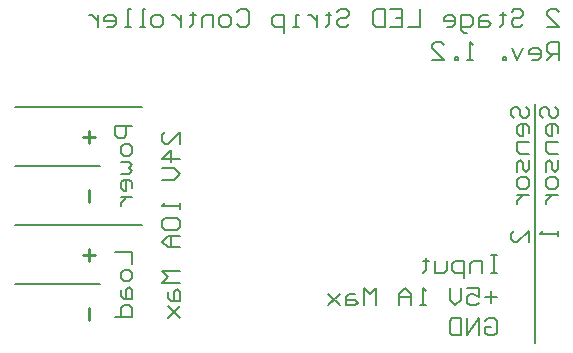
<source format=gbo>
G04*
G04 #@! TF.GenerationSoftware,Altium Limited,Altium Designer,21.8.1 (53)*
G04*
G04 Layer_Color=32896*
%FSLAX44Y44*%
%MOMM*%
G71*
G04*
G04 #@! TF.SameCoordinates,89A26796-2BA6-48C1-BC3F-9F2CA1C84395*
G04*
G04*
G04 #@! TF.FilePolarity,Positive*
G04*
G01*
G75*
%ADD11C,0.2000*%
%ADD12C,0.2500*%
D11*
X7500Y205000D02*
X115000D01*
X447500Y5000D02*
Y207500D01*
X7500Y55000D02*
X80000D01*
X7500Y105000D02*
X115000D01*
X7500Y155000D02*
X80000D01*
X458003Y273005D02*
X468000D01*
X458003Y283002D01*
Y285501D01*
X460502Y288000D01*
X465501D01*
X468000Y285501D01*
X428013D02*
X430512Y288000D01*
X435510D01*
X438010Y285501D01*
Y283002D01*
X435510Y280502D01*
X430512D01*
X428013Y278003D01*
Y275504D01*
X430512Y273005D01*
X435510D01*
X438010Y275504D01*
X420515Y285501D02*
Y283002D01*
X423015D01*
X418016D01*
X420515D01*
Y275504D01*
X418016Y273005D01*
X408019Y283002D02*
X403021D01*
X400522Y280502D01*
Y273005D01*
X408019D01*
X410519Y275504D01*
X408019Y278003D01*
X400522D01*
X390525Y268006D02*
X388026D01*
X385527Y270506D01*
Y283002D01*
X393024D01*
X395523Y280502D01*
Y275504D01*
X393024Y273005D01*
X385527D01*
X373031D02*
X378029D01*
X380528Y275504D01*
Y280502D01*
X378029Y283002D01*
X373031D01*
X370532Y280502D01*
Y278003D01*
X380528D01*
X350538Y288000D02*
Y273005D01*
X340541D01*
X325546Y288000D02*
X335543D01*
Y273005D01*
X325546D01*
X335543Y280502D02*
X330545D01*
X320548Y288000D02*
Y273005D01*
X313050D01*
X310551Y275504D01*
Y285501D01*
X313050Y288000D01*
X320548D01*
X280561Y285501D02*
X283060Y288000D01*
X288058D01*
X290557Y285501D01*
Y283002D01*
X288058Y280502D01*
X283060D01*
X280561Y278003D01*
Y275504D01*
X283060Y273005D01*
X288058D01*
X290557Y275504D01*
X273063Y285501D02*
Y283002D01*
X275562D01*
X270564D01*
X273063D01*
Y275504D01*
X270564Y273005D01*
X263066Y283002D02*
Y273005D01*
Y278003D01*
X260567Y280502D01*
X258068Y283002D01*
X255569D01*
X248071Y273005D02*
X243073D01*
X245572D01*
Y283002D01*
X248071D01*
X235575Y268006D02*
Y283002D01*
X228078D01*
X225578Y280502D01*
Y275504D01*
X228078Y273005D01*
X235575D01*
X195588Y285501D02*
X198087Y288000D01*
X203086D01*
X205585Y285501D01*
Y275504D01*
X203086Y273005D01*
X198087D01*
X195588Y275504D01*
X188091Y273005D02*
X183092D01*
X180593Y275504D01*
Y280502D01*
X183092Y283002D01*
X188091D01*
X190590Y280502D01*
Y275504D01*
X188091Y273005D01*
X175595D02*
Y283002D01*
X168097D01*
X165598Y280502D01*
Y273005D01*
X158100Y285501D02*
Y283002D01*
X160599D01*
X155601D01*
X158100D01*
Y275504D01*
X155601Y273005D01*
X148104Y283002D02*
Y273005D01*
Y278003D01*
X145604Y280502D01*
X143105Y283002D01*
X140606D01*
X130609Y273005D02*
X125611D01*
X123112Y275504D01*
Y280502D01*
X125611Y283002D01*
X130609D01*
X133108Y280502D01*
Y275504D01*
X130609Y273005D01*
X118113D02*
X113115D01*
X115614D01*
Y288000D01*
X118113D01*
X105617Y273005D02*
X100619D01*
X103118D01*
Y288000D01*
X105617D01*
X85624Y273005D02*
X90622D01*
X93121Y275504D01*
Y280502D01*
X90622Y283002D01*
X85624D01*
X83125Y280502D01*
Y278003D01*
X93121D01*
X78126Y283002D02*
Y273005D01*
Y278003D01*
X75627Y280502D01*
X73128Y283002D01*
X70629D01*
X468000Y245212D02*
Y260208D01*
X460502D01*
X458003Y257708D01*
Y252710D01*
X460502Y250211D01*
X468000D01*
X463002D02*
X458003Y245212D01*
X445507D02*
X450506D01*
X453005Y247712D01*
Y252710D01*
X450506Y255209D01*
X445507D01*
X443008Y252710D01*
Y250211D01*
X453005D01*
X438010Y255209D02*
X433011Y245212D01*
X428013Y255209D01*
X423015Y245212D02*
Y247712D01*
X420515D01*
Y245212D01*
X423015D01*
X395523D02*
X390525D01*
X393024D01*
Y260208D01*
X395523Y257708D01*
X383027Y245212D02*
Y247712D01*
X380528D01*
Y245212D01*
X383027D01*
X360535D02*
X370532D01*
X360535Y255209D01*
Y257708D01*
X363034Y260208D01*
X368032D01*
X370532Y257708D01*
X92000Y82491D02*
X106995D01*
Y72494D01*
Y64997D02*
Y59998D01*
X104496Y57499D01*
X99497D01*
X96998Y59998D01*
Y64997D01*
X99497Y67496D01*
X104496D01*
X106995Y64997D01*
X96998Y50002D02*
Y45003D01*
X99497Y42504D01*
X106995D01*
Y50002D01*
X104496Y52501D01*
X101997Y50002D01*
Y42504D01*
X92000Y27509D02*
X106995D01*
Y35006D01*
X104496Y37506D01*
X99497D01*
X96998Y35006D01*
Y27509D01*
X146995Y173728D02*
Y183724D01*
X136998Y173728D01*
X134499D01*
X132000Y176227D01*
Y181225D01*
X134499Y183724D01*
X146995Y161232D02*
X132000D01*
X139497Y168729D01*
Y158733D01*
X132000Y153734D02*
X141997D01*
X146995Y148736D01*
X141997Y143737D01*
X132000D01*
X146995Y123744D02*
Y118745D01*
Y121245D01*
X132000D01*
X134499Y123744D01*
Y111248D02*
X132000Y108749D01*
Y103750D01*
X134499Y101251D01*
X144496D01*
X146995Y103750D01*
Y108749D01*
X144496Y111248D01*
X134499D01*
X146995Y96253D02*
X136998D01*
X132000Y91254D01*
X136998Y86256D01*
X146995D01*
X139497D01*
Y96253D01*
X146995Y66262D02*
X132000D01*
X136998Y61264D01*
X132000Y56266D01*
X146995D01*
X136998Y48768D02*
Y43770D01*
X139497Y41271D01*
X146995D01*
Y48768D01*
X144496Y51267D01*
X141997Y48768D01*
Y41271D01*
X136998Y36272D02*
X146995Y26275D01*
X141997Y31274D01*
X136998Y26275D01*
X146995Y36272D01*
X106995Y188739D02*
X92000D01*
Y181241D01*
X94499Y178742D01*
X99497D01*
X101997Y181241D01*
Y188739D01*
X106995Y171245D02*
Y166246D01*
X104496Y163747D01*
X99497D01*
X96998Y166246D01*
Y171245D01*
X99497Y173744D01*
X104496D01*
X106995Y171245D01*
X96998Y158749D02*
X104496D01*
X106995Y156250D01*
X104496Y153750D01*
X106995Y151251D01*
X104496Y148752D01*
X96998D01*
X106995Y136256D02*
Y141254D01*
X104496Y143754D01*
X99497D01*
X96998Y141254D01*
Y136256D01*
X99497Y133757D01*
X101997D01*
Y143754D01*
X96998Y128758D02*
X106995D01*
X101997D01*
X99497Y126259D01*
X96998Y123760D01*
Y121261D01*
X455002Y195503D02*
X452503Y198002D01*
Y203001D01*
X455002Y205500D01*
X457501D01*
X460000Y203001D01*
Y198002D01*
X462499Y195503D01*
X464999D01*
X467498Y198002D01*
Y203001D01*
X464999Y205500D01*
X467498Y183007D02*
Y188006D01*
X464999Y190505D01*
X460000D01*
X457501Y188006D01*
Y183007D01*
X460000Y180508D01*
X462499D01*
Y190505D01*
X467498Y175510D02*
X457501D01*
Y168012D01*
X460000Y165513D01*
X467498D01*
Y160515D02*
Y153017D01*
X464999Y150518D01*
X462499Y153017D01*
Y158015D01*
X460000Y160515D01*
X457501Y158015D01*
Y150518D01*
X467498Y143020D02*
Y138022D01*
X464999Y135523D01*
X460000D01*
X457501Y138022D01*
Y143020D01*
X460000Y145519D01*
X464999D01*
X467498Y143020D01*
X457501Y130524D02*
X467498D01*
X462499D01*
X460000Y128025D01*
X457501Y125526D01*
Y123027D01*
X467498Y100534D02*
Y95536D01*
Y98035D01*
X452503D01*
X455002Y100534D01*
X430002Y195503D02*
X427503Y198002D01*
Y203001D01*
X430002Y205500D01*
X432501D01*
X435000Y203001D01*
Y198002D01*
X437499Y195503D01*
X439999D01*
X442498Y198002D01*
Y203001D01*
X439999Y205500D01*
X442498Y183007D02*
Y188006D01*
X439999Y190505D01*
X435000D01*
X432501Y188006D01*
Y183007D01*
X435000Y180508D01*
X437499D01*
Y190505D01*
X442498Y175510D02*
X432501D01*
Y168012D01*
X435000Y165513D01*
X442498D01*
Y160515D02*
Y153017D01*
X439999Y150518D01*
X437499Y153017D01*
Y158015D01*
X435000Y160515D01*
X432501Y158015D01*
Y150518D01*
X442498Y143020D02*
Y138022D01*
X439999Y135523D01*
X435000D01*
X432501Y138022D01*
Y143020D01*
X435000Y145519D01*
X439999D01*
X442498Y143020D01*
X432501Y130524D02*
X442498D01*
X437499D01*
X435000Y128025D01*
X432501Y125526D01*
Y123027D01*
X442498Y90537D02*
Y100534D01*
X432501Y90537D01*
X430002D01*
X427503Y93036D01*
Y98035D01*
X430002Y100534D01*
X405503Y24198D02*
X408002Y26698D01*
X413001D01*
X415500Y24198D01*
Y14202D01*
X413001Y11703D01*
X408002D01*
X405503Y14202D01*
Y19200D01*
X410502D01*
X400505Y11703D02*
Y26698D01*
X390508Y11703D01*
Y26698D01*
X385510D02*
Y11703D01*
X378012D01*
X375513Y14202D01*
Y24198D01*
X378012Y26698D01*
X385510D01*
X415500Y44600D02*
X405503D01*
X410502Y49598D02*
Y39602D01*
X390508Y52098D02*
X400505D01*
Y44600D01*
X395507Y47099D01*
X393007D01*
X390508Y44600D01*
Y39602D01*
X393007Y37102D01*
X398006D01*
X400505Y39602D01*
X385510Y52098D02*
Y42101D01*
X380511Y37102D01*
X375513Y42101D01*
Y52098D01*
X355519Y37102D02*
X350521D01*
X353020D01*
Y52098D01*
X355519Y49598D01*
X343023Y37102D02*
Y47099D01*
X338025Y52098D01*
X333027Y47099D01*
Y37102D01*
Y44600D01*
X343023D01*
X313033Y37102D02*
Y52098D01*
X308035Y47099D01*
X303036Y52098D01*
Y37102D01*
X295539Y47099D02*
X290541D01*
X288041Y44600D01*
Y37102D01*
X295539D01*
X298038Y39602D01*
X295539Y42101D01*
X288041D01*
X283043Y47099D02*
X273046Y37102D01*
X278044Y42101D01*
X273046Y47099D01*
X283043Y37102D01*
X415500Y79997D02*
X410502D01*
X413001D01*
Y65002D01*
X415500D01*
X410502D01*
X403004D02*
Y74998D01*
X395507D01*
X393007Y72499D01*
Y65002D01*
X388009Y60003D02*
Y74998D01*
X380511D01*
X378012Y72499D01*
Y67501D01*
X380511Y65002D01*
X388009D01*
X373014Y74998D02*
Y67501D01*
X370515Y65002D01*
X363017D01*
Y74998D01*
X355519Y77498D02*
Y74998D01*
X358019D01*
X353020D01*
X355519D01*
Y67501D01*
X353020Y65002D01*
D12*
X70000Y184998D02*
Y175002D01*
X65002Y180000D02*
X74998D01*
X70000Y134999D02*
Y125002D01*
Y34998D02*
Y25001D01*
X70000Y84999D02*
Y75002D01*
X65002Y80000D02*
X74998D01*
M02*

</source>
